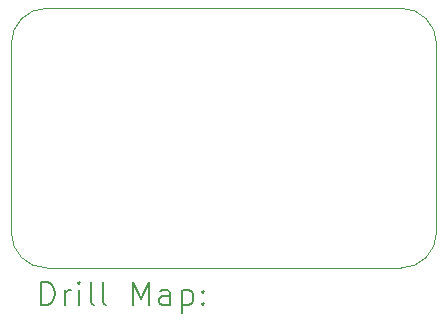
<source format=gbr>
%FSLAX45Y45*%
G04 Gerber Fmt 4.5, Leading zero omitted, Abs format (unit mm)*
G04 Created by KiCad (PCBNEW 6.0.2+dfsg-1) date 2022-12-16 18:51:56*
%MOMM*%
%LPD*%
G01*
G04 APERTURE LIST*
%TA.AperFunction,Profile*%
%ADD10C,0.100000*%
%TD*%
%ADD11C,0.200000*%
G04 APERTURE END LIST*
D10*
X16500000Y-8900000D02*
X13500000Y-8900000D01*
X16800000Y-10800000D02*
X16800000Y-9200000D01*
X13500000Y-11100000D02*
X16500000Y-11100000D01*
X13200000Y-9200000D02*
X13200000Y-10800000D01*
X13200000Y-10800000D02*
G75*
G03*
X13500000Y-11100000I300000J0D01*
G01*
X16500000Y-11100000D02*
G75*
G03*
X16800000Y-10800000I0J300000D01*
G01*
X16800000Y-9200000D02*
G75*
G03*
X16500000Y-8900000I-300000J0D01*
G01*
X13500000Y-8900000D02*
G75*
G03*
X13200000Y-9200000I0J-300000D01*
G01*
D11*
X13452619Y-11415476D02*
X13452619Y-11215476D01*
X13500238Y-11215476D01*
X13528809Y-11225000D01*
X13547857Y-11244048D01*
X13557381Y-11263095D01*
X13566905Y-11301190D01*
X13566905Y-11329762D01*
X13557381Y-11367857D01*
X13547857Y-11386905D01*
X13528809Y-11405952D01*
X13500238Y-11415476D01*
X13452619Y-11415476D01*
X13652619Y-11415476D02*
X13652619Y-11282143D01*
X13652619Y-11320238D02*
X13662143Y-11301190D01*
X13671667Y-11291667D01*
X13690714Y-11282143D01*
X13709762Y-11282143D01*
X13776428Y-11415476D02*
X13776428Y-11282143D01*
X13776428Y-11215476D02*
X13766905Y-11225000D01*
X13776428Y-11234524D01*
X13785952Y-11225000D01*
X13776428Y-11215476D01*
X13776428Y-11234524D01*
X13900238Y-11415476D02*
X13881190Y-11405952D01*
X13871667Y-11386905D01*
X13871667Y-11215476D01*
X14005000Y-11415476D02*
X13985952Y-11405952D01*
X13976428Y-11386905D01*
X13976428Y-11215476D01*
X14233571Y-11415476D02*
X14233571Y-11215476D01*
X14300238Y-11358333D01*
X14366905Y-11215476D01*
X14366905Y-11415476D01*
X14547857Y-11415476D02*
X14547857Y-11310714D01*
X14538333Y-11291667D01*
X14519286Y-11282143D01*
X14481190Y-11282143D01*
X14462143Y-11291667D01*
X14547857Y-11405952D02*
X14528809Y-11415476D01*
X14481190Y-11415476D01*
X14462143Y-11405952D01*
X14452619Y-11386905D01*
X14452619Y-11367857D01*
X14462143Y-11348809D01*
X14481190Y-11339286D01*
X14528809Y-11339286D01*
X14547857Y-11329762D01*
X14643095Y-11282143D02*
X14643095Y-11482143D01*
X14643095Y-11291667D02*
X14662143Y-11282143D01*
X14700238Y-11282143D01*
X14719286Y-11291667D01*
X14728809Y-11301190D01*
X14738333Y-11320238D01*
X14738333Y-11377381D01*
X14728809Y-11396428D01*
X14719286Y-11405952D01*
X14700238Y-11415476D01*
X14662143Y-11415476D01*
X14643095Y-11405952D01*
X14824048Y-11396428D02*
X14833571Y-11405952D01*
X14824048Y-11415476D01*
X14814524Y-11405952D01*
X14824048Y-11396428D01*
X14824048Y-11415476D01*
X14824048Y-11291667D02*
X14833571Y-11301190D01*
X14824048Y-11310714D01*
X14814524Y-11301190D01*
X14824048Y-11291667D01*
X14824048Y-11310714D01*
M02*

</source>
